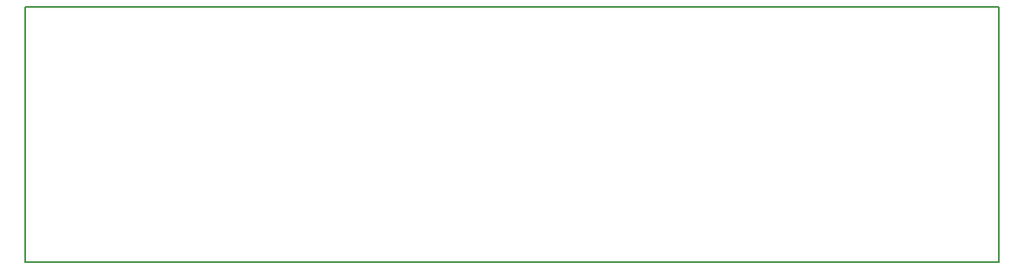
<source format=gbr>
%FSLAX35Y35*%
%MOMM*%
G04 EasyPC Gerber Version 18.0.8 Build 3632 *
%ADD10C,0.12700*%
X0Y0D02*
D02*
D10*
X6350Y6350D02*
X9506350D01*
Y2506350*
X6350*
Y6350*
X0Y0D02*
M02*

</source>
